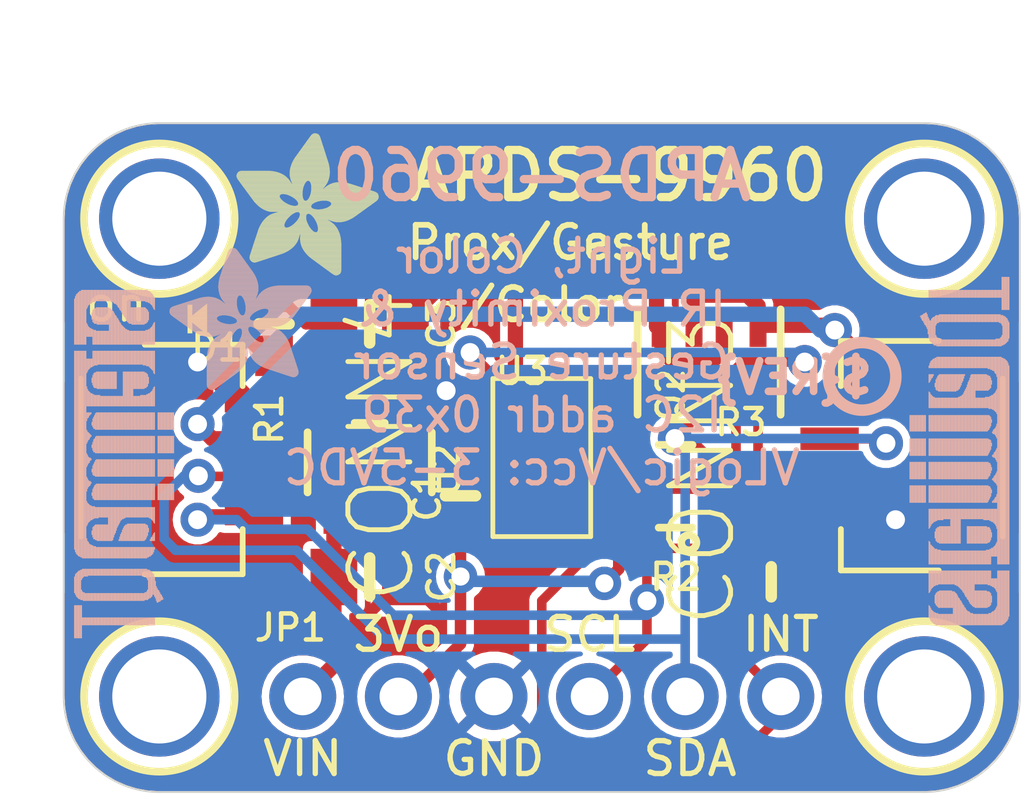
<source format=kicad_pcb>
(kicad_pcb (version 20221018) (generator pcbnew)
  (layers (0 "F.Cu" signal) (31 "B.Cu" signal) (34 "B.Paste" user) (35 "F.Paste" user) (36 "B.SilkS" user "B.Silkscreen") (37 "F.SilkS" user "F.Silkscreen") (38 "B.Mask" user) (39 "F.Mask" user) (44 "Edge.Cuts" user))
  (net 0 "")
  (net 1 "GND")
  (net 2 "SDA")
  (net 3 "SCL")
  (net 4 "SCL_3V")
  (net 5 "SDA_3V")
  (net 6 "3.3V")
  (net 7 "INT")
  (net 8 "VCC")
  (net 9 "N$1")
  (net 10 "N$2")
  (footprint "working:MOUNTINGHOLE_2.5_PLATED" (layer "F.Cu") (at 158.6611 98.6536)
    (fp_text reference "U$17" hide)
    (fp_text value "MOUNTINGHOLE2.5" hide)
    (pad "P$1" thru_hole circle (at 0 0) (size 3.2 3.2) (drill 2.5) (layers "*.Cu" "*.Mask"))
    (zone (net 0) (net_name "") (layer "F.Cu") (connect_pads (clearance 0)) (min_thickness 0.25)
      (keepout (tracks not_allowed) (vias not_allowed) (pads not_allowed) (copperpour not_allowed) (footprints allowed))
      (fill (thermal_gap 0.5) (thermal_bridge_width 0.5))
      (polygon (pts (xy 160.6771 98.6536) (xy 160.65748 98.373027) (xy 160.599004 98.097915) (xy 160.502808 97.833619) (xy 160.370765 97.585283) (xy 160.205446 97.35774) (xy 160.010067 97.15542) (xy 159.788433 96.98226) (xy 159.544856 96.841631) (xy 159.284078 96.73627) (xy 159.011175 96.668228) (xy 158.731457 96.638828) (xy 158.450371 96.648644) (xy 158.173385 96.697484) (xy 157.905893 96.784397) (xy 157.6531 96.907693) (xy 157.419926 97.06497) (xy 157.210911 97.253169) (xy 157.030122 97.468625) (xy 156.881078 97.707145) (xy 156.76668 97.964087) (xy 156.689154 98.23445) (xy 156.650011 98.512971) (xy 156.650011 98.794229) (xy 156.689154 99.07275) (xy 156.76668 99.343113) (xy 156.881078 99.600055) (xy 157.030122 99.838575) (xy 157.210911 100.054031) (xy 157.419926 100.24223) (xy 157.6531 100.399507) (xy 157.905893 100.522803) (xy 158.173385 100.609716) (xy 158.450371 100.658556) (xy 158.731457 100.668372) (xy 159.011175 100.638972) (xy 159.284078 100.57093) (xy 159.544856 100.465569) (xy 159.788433 100.32494) (xy 160.010067 100.15178) (xy 160.205446 99.94946) (xy 160.370765 99.721917) (xy 160.502808 99.473581) (xy 160.599004 99.209285) (xy 160.65748 98.934173)))
      (polygon (pts (xy 158.6451 98.6536) (xy 158.649786 98.664914) (xy 158.6611 98.6696) (xy 158.672414 98.664914) (xy 158.6771 98.6536) (xy 158.672414 98.642286) (xy 158.6611 98.6376) (xy 158.649786 98.642286)))
    )
    (zone (net 0) (net_name "") (layer "B.Cu") (connect_pads (clearance 0)) (min_thickness 0.25)
      (keepout (tracks not_allowed) (vias not_allowed) (pads not_allowed) (copperpour not_allowed) (footprints allowed))
      (fill (thermal_gap 0.5) (thermal_bridge_width 0.5))
      (polygon (pts (xy 160.6771 98.6536) (xy 160.65748 98.373027) (xy 160.599004 98.097915) (xy 160.502808 97.833619) (xy 160.370765 97.585283) (xy 160.205446 97.35774) (xy 160.010067 97.15542) (xy 159.788433 96.98226) (xy 159.544856 96.841631) (xy 159.284078 96.73627) (xy 159.011175 96.668228) (xy 158.731457 96.638828) (xy 158.450371 96.648644) (xy 158.173385 96.697484) (xy 157.905893 96.784397) (xy 157.6531 96.907693) (xy 157.419926 97.06497) (xy 157.210911 97.253169) (xy 157.030122 97.468625) (xy 156.881078 97.707145) (xy 156.76668 97.964087) (xy 156.689154 98.23445) (xy 156.650011 98.512971) (xy 156.650011 98.794229) (xy 156.689154 99.07275) (xy 156.76668 99.343113) (xy 156.881078 99.600055) (xy 157.030122 99.838575) (xy 157.210911 100.054031) (xy 157.419926 100.24223) (xy 157.6531 100.399507) (xy 157.905893 100.522803) (xy 158.173385 100.609716) (xy 158.450371 100.658556) (xy 158.731457 100.668372) (xy 159.011175 100.638972) (xy 159.284078 100.57093) (xy 159.544856 100.465569) (xy 159.788433 100.32494) (xy 160.010067 100.15178) (xy 160.205446 99.94946) (xy 160.370765 99.721917) (xy 160.502808 99.473581) (xy 160.599004 99.209285) (xy 160.65748 98.934173)))
      (polygon (pts (xy 158.6451 98.6536) (xy 158.649786 98.664914) (xy 158.6611 98.6696) (xy 158.672414 98.664914) (xy 158.6771 98.6536) (xy 158.672414 98.642286) (xy 158.6611 98.6376) (xy 158.649786 98.642286)))
    )
  )
  (footprint "working:CHIPLED_0603_NOOUTLINE" (layer "F.Cu") (at 139.3571 101.3206 90)
    (fp_text reference "D1" (at -0.762 1.27) (layer "F.SilkS") (effects (font (size 0.692831 0.692831) (thickness 0.119969)) (justify right)))
    (fp_text value "GREEN")
    (pad "A" smd rect (at 0 0.75 90) (size 0.8 0.8) (layers "F.Cu" "F.Paste" "F.Mask") (net 9 "N$1"))
    (pad "C" smd rect (at 0 -0.75 90) (size 0.8 0.8) (layers "F.Cu" "F.Paste" "F.Mask") (net 1 "GND"))
  )
  (footprint "working:SOT363" (layer "F.Cu") (at 152.0571 105.7656 90)
    (fp_text reference "Q2" (at 1.651 -0.127 90) (layer "F.SilkS") (effects (font (size 0.692831 0.692831) (thickness 0.119969)) (justify left)))
    (fp_text value "BSS138")
    (pad "1" smd rect (at -0.75 0.9 90) (size 0.5 0.5) (layers "F.Cu" "F.Paste" "F.Mask") (net 4 "SCL_3V"))
    (pad "2" smd rect (at 0 0.9 90) (size 0.4 0.5) (layers "F.Cu" "F.Paste" "F.Mask") (net 6 "3.3V"))
    (pad "3" smd rect (at 0.75 0.9 90) (size 0.5 0.5) (layers "F.Cu" "F.Paste" "F.Mask") (net 2 "SDA"))
    (pad "4" smd rect (at 0.75 -0.9 90) (size 0.5 0.5) (layers "F.Cu" "F.Paste" "F.Mask") (net 5 "SDA_3V"))
    (pad "5" smd rect (at 0 -0.9 90) (size 0.4 0.5) (layers "F.Cu" "F.Paste" "F.Mask") (net 6 "3.3V"))
    (pad "6" smd rect (at -0.75 -0.9 90) (size 0.5 0.5) (layers "F.Cu" "F.Paste" "F.Mask") (net 3 "SCL"))
  )
  (footprint "working:MOUNTINGHOLE_2.5_PLATED" (layer "F.Cu") (at 158.6611 111.3536)
    (fp_text reference "U$21" hide)
    (fp_text value "MOUNTINGHOLE2.5" hide)
    (pad "P$1" thru_hole circle (at 0 0) (size 3.2 3.2) (drill 2.5) (layers "*.Cu" "*.Mask"))
    (zone (net 0) (net_name "") (layer "F.Cu") (connect_pads (clearance 0)) (min_thickness 0.25)
      (keepout (tracks not_allowed) (vias not_allowed) (pads not_allowed) (copperpour not_allowed) (footprints allowed))
      (fill (thermal_gap 0.5) (thermal_bridge_width 0.5))
      (polygon (pts (xy 160.6771 111.3536) (xy 160.65748 111.073027) (xy 160.599004 110.797915) (xy 160.502808 110.533619) (xy 160.370765 110.285283) (xy 160.205446 110.05774) (xy 160.010067 109.85542) (xy 159.788433 109.68226) (xy 159.544856 109.541631) (xy 159.284078 109.43627) (xy 159.011175 109.368228) (xy 158.731457 109.338828) (xy 158.450371 109.348644) (xy 158.173385 109.397484) (xy 157.905893 109.484397) (xy 157.6531 109.607693) (xy 157.419926 109.76497) (xy 157.210911 109.953169) (xy 157.030122 110.168625) (xy 156.881078 110.407145) (xy 156.76668 110.664087) (xy 156.689154 110.93445) (xy 156.650011 111.212971) (xy 156.650011 111.494229) (xy 156.689154 111.77275) (xy 156.76668 112.043113) (xy 156.881078 112.300055) (xy 157.030122 112.538575) (xy 157.210911 112.754031) (xy 157.419926 112.94223) (xy 157.6531 113.099507) (xy 157.905893 113.222803) (xy 158.173385 113.309716) (xy 158.450371 113.358556) (xy 158.731457 113.368372) (xy 159.011175 113.338972) (xy 159.284078 113.27093) (xy 159.544856 113.165569) (xy 159.788433 113.02494) (xy 160.010067 112.85178) (xy 160.205446 112.64946) (xy 160.370765 112.421917) (xy 160.502808 112.173581) (xy 160.599004 111.909285) (xy 160.65748 111.634173)))
      (polygon (pts (xy 158.6451 111.3536) (xy 158.649786 111.364914) (xy 158.6611 111.3696) (xy 158.672414 111.364914) (xy 158.6771 111.3536) (xy 158.672414 111.342286) (xy 158.6611 111.3376) (xy 158.649786 111.342286)))
    )
    (zone (net 0) (net_name "") (layer "B.Cu") (connect_pads (clearance 0)) (min_thickness 0.25)
      (keepout (tracks not_allowed) (vias not_allowed) (pads not_allowed) (copperpour not_allowed) (footprints allowed))
      (fill (thermal_gap 0.5) (thermal_bridge_width 0.5))
      (polygon (pts (xy 160.6771 111.3536) (xy 160.65748 111.073027) (xy 160.599004 110.797915) (xy 160.502808 110.533619) (xy 160.370765 110.285283) (xy 160.205446 110.05774) (xy 160.010067 109.85542) (xy 159.788433 109.68226) (xy 159.544856 109.541631) (xy 159.284078 109.43627) (xy 159.011175 109.368228) (xy 158.731457 109.338828) (xy 158.450371 109.348644) (xy 158.173385 109.397484) (xy 157.905893 109.484397) (xy 157.6531 109.607693) (xy 157.419926 109.76497) (xy 157.210911 109.953169) (xy 157.030122 110.168625) (xy 156.881078 110.407145) (xy 156.76668 110.664087) (xy 156.689154 110.93445) (xy 156.650011 111.212971) (xy 156.650011 111.494229) (xy 156.689154 111.77275) (xy 156.76668 112.043113) (xy 156.881078 112.300055) (xy 157.030122 112.538575) (xy 157.210911 112.754031) (xy 157.419926 112.94223) (xy 157.6531 113.099507) (xy 157.905893 113.222803) (xy 158.173385 113.309716) (xy 158.450371 113.358556) (xy 158.731457 113.368372) (xy 159.011175 113.338972) (xy 159.284078 113.27093) (xy 159.544856 113.165569) (xy 159.788433 113.02494) (xy 160.010067 112.85178) (xy 160.205446 112.64946) (xy 160.370765 112.421917) (xy 160.502808 112.173581) (xy 160.599004 111.909285) (xy 160.65748 111.634173)))
      (polygon (pts (xy 158.6451 111.3536) (xy 158.649786 111.364914) (xy 158.6611 111.3696) (xy 158.672414 111.364914) (xy 158.6771 111.3536) (xy 158.672414 111.342286) (xy 158.6611 111.3376) (xy 158.649786 111.342286)))
    )
  )
  (footprint "working:MOUNTINGHOLE_2.5_PLATED" (layer "F.Cu") (at 138.3411 98.6536)
    (fp_text reference "U$1" hide)
    (fp_text value "MOUNTINGHOLE2.5" hide)
    (pad "P$1" thru_hole circle (at 0 0) (size 3.2 3.2) (drill 2.5) (layers "*.Cu" "*.Mask"))
    (zone (net 0) (net_name "") (layer "F.Cu") (connect_pads (clearance 0)) (min_thickness 0.25)
      (keepout (tracks not_allowed) (vias not_allowed) (pads not_allowed) (copperpour not_allowed) (footprints allowed))
      (fill (thermal_gap 0.5) (thermal_bridge_width 0.5))
      (polygon (pts (xy 140.3571 98.6536) (xy 140.33748 98.373027) (xy 140.279004 98.097915) (xy 140.182808 97.833619) (xy 140.050765 97.585283) (xy 139.885446 97.35774) (xy 139.690067 97.15542) (xy 139.468433 96.98226) (xy 139.224856 96.841631) (xy 138.964078 96.73627) (xy 138.691175 96.668228) (xy 138.411457 96.638828) (xy 138.130371 96.648644) (xy 137.853385 96.697484) (xy 137.585893 96.784397) (xy 137.3331 96.907693) (xy 137.099926 97.06497) (xy 136.890911 97.253169) (xy 136.710122 97.468625) (xy 136.561078 97.707145) (xy 136.44668 97.964087) (xy 136.369154 98.23445) (xy 136.330011 98.512971) (xy 136.330011 98.794229) (xy 136.369154 99.07275) (xy 136.44668 99.343113) (xy 136.561078 99.600055) (xy 136.710122 99.838575) (xy 136.890911 100.054031) (xy 137.099926 100.24223) (xy 137.3331 100.399507) (xy 137.585893 100.522803) (xy 137.853385 100.609716) (xy 138.130371 100.658556) (xy 138.411457 100.668372) (xy 138.691175 100.638972) (xy 138.964078 100.57093) (xy 139.224856 100.465569) (xy 139.468433 100.32494) (xy 139.690067 100.15178) (xy 139.885446 99.94946) (xy 140.050765 99.721917) (xy 140.182808 99.473581) (xy 140.279004 99.209285) (xy 140.33748 98.934173)))
      (polygon (pts (xy 138.3251 98.6536) (xy 138.329786 98.664914) (xy 138.3411 98.6696) (xy 138.352414 98.664914) (xy 138.3571 98.6536) (xy 138.352414 98.642286) (xy 138.3411 98.6376) (xy 138.329786 98.642286)))
    )
    (zone (net 0) (net_name "") (layer "B.Cu") (connect_pads (clearance 0)) (min_thickness 0.25)
      (keepout (tracks not_allowed) (vias not_allowed) (pads not_allowed) (copperpour not_allowed) (footprints allowed))
      (fill (thermal_gap 0.5) (thermal_bridge_width 0.5))
      (polygon (pts (xy 140.3571 98.6536) (xy 140.33748 98.373027) (xy 140.279004 98.097915) (xy 140.182808 97.833619) (xy 140.050765 97.585283) (xy 139.885446 97.35774) (xy 139.690067 97.15542) (xy 139.468433 96.98226) (xy 139.224856 96.841631) (xy 138.964078 96.73627) (xy 138.691175 96.668228) (xy 138.411457 96.638828) (xy 138.130371 96.648644) (xy 137.853385 96.697484) (xy 137.585893 96.784397) (xy 137.3331 96.907693) (xy 137.099926 97.06497) (xy 136.890911 97.253169) (xy 136.710122 97.468625) (xy 136.561078 97.707145) (xy 136.44668 97.964087) (xy 136.369154 98.23445) (xy 136.330011 98.512971) (xy 136.330011 98.794229) (xy 136.369154 99.07275) (xy 136.44668 99.343113) (xy 136.561078 99.600055) (xy 136.710122 99.838575) (xy 136.890911 100.054031) (xy 137.099926 100.24223) (xy 137.3331 100.399507) (xy 137.585893 100.522803) (xy 137.853385 100.609716) (xy 138.130371 100.658556) (xy 138.411457 100.668372) (xy 138.691175 100.638972) (xy 138.964078 100.57093) (xy 139.224856 100.465569) (xy 139.468433 100.32494) (xy 139.690067 100.15178) (xy 139.885446 99.94946) (xy 140.050765 99.721917) (xy 140.182808 99.473581) (xy 140.279004 99.209285) (xy 140.33748 98.934173)))
      (polygon (pts (xy 138.3251 98.6536) (xy 138.329786 98.664914) (xy 138.3411 98.6696) (xy 138.352414 98.664914) (xy 138.3571 98.6536) (xy 138.352414 98.642286) (xy 138.3411 98.6376) (xy 138.329786 98.642286)))
    )
  )
  (footprint "working:JST_SH4" (layer "F.Cu") (at 158.6611 105.0036 90)
    (fp_text reference "CONN3" (at -4.6 -5.9 90) (layer "F.SilkS") (effects (font (size 1.647139 1.647139) (thickness 0.130861)) (justify left)))
    (fp_text value "STEMMA_I2C_QT" hide)
    (pad "1" smd rect (at -1.5 -2.514 180) (size 1.55 0.6) (layers "F.Cu" "F.Paste" "F.Mask") (net 1 "GND"))
    (pad "2" smd rect (at -0.5 -2.514 180) (size 1.55 0.6) (layers "F.Cu" "F.Paste" "F.Mask") (net 8 "VCC"))
    (pad "3" smd rect (at 0.5 -2.514 180) (size 1.55 0.6) (layers "F.Cu" "F.Paste" "F.Mask") (net 2 "SDA"))
    (pad "4" smd rect (at 1.5 -2.514 180) (size 1.55 0.6) (layers "F.Cu" "F.Paste" "F.Mask") (net 3 "SCL"))
    (pad "MT1" smd rect (at -2.8 1.386 180) (size 1.8 1.2) (layers "F.Cu" "F.Paste" "F.Mask"))
    (pad "MT2" smd rect (at 2.8 1.386 180) (size 1.8 1.2) (layers "F.Cu" "F.Paste" "F.Mask"))
  )
  (footprint "working:0603-NO" (layer "F.Cu") (at 141.3891 101.4476 -90)
    (fp_text reference "R1" (at 1.778 0.127 90) (layer "F.SilkS") (effects (font (size 0.692831 0.692831) (thickness 0.119969)) (justify right)))
    (fp_text value "10K")
    (pad "1" smd rect (at -0.85 0 270) (size 1.075 1) (layers "F.Cu" "F.Paste" "F.Mask") (net 6 "3.3V"))
    (pad "2" smd rect (at 0.85 0 270) (size 1.075 1) (layers "F.Cu" "F.Paste" "F.Mask") (net 9 "N$1"))
  )
  (footprint "working:ADAFRUIT_3.5MM" (layer "F.Cu") (at 140.3731 100.1776)
    (fp_text reference "U$22" hide)
    (fp_text value "" hide)
  )
  (footprint "working:0603-NO" (layer "F.Cu") (at 154.5971 108.3056 180)
    (fp_text reference "R2" (at 1.778 0.127) (layer "F.SilkS") (effects (font (size 0.692831 0.692831) (thickness 0.119969)) (justify right)))
    (fp_text value "10K")
    (pad "1" smd rect (at -0.85 0 180) (size 1.075 1) (layers "F.Cu" "F.Paste" "F.Mask") (net 8 "VCC"))
    (pad "2" smd rect (at 0.85 0 180) (size 1.075 1) (layers "F.Cu" "F.Paste" "F.Mask") (net 7 "INT"))
  )
  (footprint "working:0805-NO" (layer "F.Cu") (at 143.9291 101.4476)
    (fp_text reference "C3" (at 1.905 -0.762 90) (layer "F.SilkS") (effects (font (size 0.692831 0.692831) (thickness 0.119969)) (justify right)))
    (fp_text value "10uF")
    (pad "1" smd rect (at -0.95 0) (size 1.24 1.5) (layers "F.Cu" "F.Paste" "F.Mask") (net 6 "3.3V"))
    (pad "2" smd rect (at 0.95 0) (size 1.24 1.5) (layers "F.Cu" "F.Paste" "F.Mask") (net 1 "GND"))
  )
  (footprint "working:JST_SH4" (layer "F.Cu") (at 138.3411 105.0036 -90)
    (fp_text reference "CONN4" (at -4.6 -5.9 90) (layer "F.SilkS") (effects (font (size 1.647139 1.647139) (thickness 0.130861)) (justify right)))
    (fp_text value "STEMMA_I2C_QT" hide)
    (pad "1" smd rect (at -1.5 -2.514) (size 1.55 0.6) (layers "F.Cu" "F.Paste" "F.Mask") (net 1 "GND"))
    (pad "2" smd rect (at -0.5 -2.514) (size 1.55 0.6) (layers "F.Cu" "F.Paste" "F.Mask") (net 8 "VCC"))
    (pad "3" smd rect (at 0.5 -2.514) (size 1.55 0.6) (layers "F.Cu" "F.Paste" "F.Mask") (net 2 "SDA"))
    (pad "4" smd rect (at 1.5 -2.514) (size 1.55 0.6) (layers "F.Cu" "F.Paste" "F.Mask") (net 3 "SCL"))
    (pad "MT1" smd rect (at -2.8 1.386) (size 1.8 1.2) (layers "F.Cu" "F.Paste" "F.Mask"))
    (pad "MT2" smd rect (at 2.8 1.386) (size 1.8 1.2) (layers "F.Cu" "F.Paste" "F.Mask"))
  )
  (footprint "working:FIDUCIAL_1MM" (layer "F.Cu") (at 155.3591 99.9236)
    (fp_text reference "FID4" hide)
    (fp_text value "FIDUCIAL_1MM" hide)
    (pad "1" smd roundrect (at 0 0) (size 1 1) (layers "F.Cu" "F.Mask") (roundrect_rratio 0.5))
  )
  (footprint "working:MOUNTINGHOLE_2.5_PLATED" (layer "F.Cu") (at 138.3411 111.3536)
    (fp_text reference "U$19" hide)
    (fp_text value "MOUNTINGHOLE2.5" hide)
    (pad "P$1" thru_hole circle (at 0 0) (size 3.2 3.2) (drill 2.5) (layers "*.Cu" "*.Mask"))
    (zone (net 0) (net_name "") (layer "F.Cu") (connect_pads (clearance 0)) (min_thickness 0.25)
      (keepout (tracks not_allowed) (vias not_allowed) (pads not_allowed) (copperpour not_allowed) (footprints allowed))
      (fill (thermal_gap 0.5) (thermal_bridge_width 0.5))
      (polygon (pts (xy 140.3571 111.3536) (xy 140.33748 111.073027) (xy 140.279004 110.797915) (xy 140.182808 110.533619) (xy 140.050765 110.285283) (xy 139.885446 110.05774) (xy 139.690067 109.85542) (xy 139.468433 109.68226) (xy 139.224856 109.541631) (xy 138.964078 109.43627) (xy 138.691175 109.368228) (xy 138.411457 109.338828) (xy 138.130371 109.348644) (xy 137.853385 109.397484) (xy 137.585893 109.484397) (xy 137.3331 109.607693) (xy 137.099926 109.76497) (xy 136.890911 109.953169) (xy 136.710122 110.168625) (xy 136.561078 110.407145) (xy 136.44668 110.664087) (xy 136.369154 110.93445) (xy 136.330011 111.212971) (xy 136.330011 111.494229) (xy 136.369154 111.77275) (xy 136.44668 112.043113) (xy 136.561078 112.300055) (xy 136.710122 112.538575) (xy 136.890911 112.754031) (xy 137.099926 112.94223) (xy 137.3331 113.099507) (xy 137.585893 113.222803) (xy 137.853385 113.309716) (xy 138.130371 113.358556) (xy 138.411457 113.368372) (xy 138.691175 113.338972) (xy 138.964078 113.27093) (xy 139.224856 113.165569) (xy 139.468433 113.02494) (xy 139.690067 112.85178) (xy 139.885446 112.64946) (xy 140.050765 112.421917) (xy 140.182808 112.173581) (xy 140.279004 111.909285) (xy 140.33748 111.634173)))
      (polygon (pts (xy 138.3251 111.3536) (xy 138.329786 111.364914) (xy 138.3411 111.3696) (xy 138.352414 111.364914) (xy 138.3571 111.3536) (xy 138.352414 111.342286) (xy 138.3411 111.3376) (xy 138.329786 111.342286)))
    )
    (zone (net 0) (net_name "") (layer "B.Cu") (connect_pads (clearance 0)) (min_thickness 0.25)
      (keepout (tracks not_allowed) (vias not_allowed) (pads not_allowed) (copperpour not_allowed) (footprints allowed))
      (fill (thermal_gap 0.5) (thermal_bridge_width 0.5))
      (polygon (pts (xy 140.3571 111.3536) (xy 140.33748 111.073027) (xy 140.279004 110.797915) (xy 140.182808 110.533619) (xy 140.050765 110.285283) (xy 139.885446 110.05774) (xy 139.690067 109.85542) (xy 139.468433 109.68226) (xy 139.224856 109.541631) (xy 138.964078 109.43627) (xy 138.691175 109.368228) (xy 138.411457 109.338828) (xy 138.130371 109.348644) (xy 137.853385 109.397484) (xy 137.585893 109.484397) (xy 137.3331 109.607693) (xy 137.099926 109.76497) (xy 136.890911 109.953169) (xy 136.710122 110.168625) (xy 136.561078 110.407145) (xy 136.44668 110.664087) (xy 136.369154 110.93445) (xy 136.330011 111.212971) (xy 136.330011 111.494229) (xy 136.369154 111.77275) (xy 136.44668 112.043113) (xy 136.561078 112.300055) (xy 136.710122 112.538575) (xy 136.890911 112.754031) (xy 137.099926 112.94223) (xy 137.3331 113.099507) (xy 137.585893 113.222803) (xy 137.853385 113.309716) (xy 138.130371 113.358556) (xy 138.411457 113.368372) (xy 138.691175 113.338972) (xy 138.964078 113.27093) (xy 139.224856 113.165569) (xy 139.468433 113.02494) (xy 139.690067 112.85178) (xy 139.885446 112.64946) (xy 140.050765 112.421917) (xy 140.182808 112.173581) (xy 140.279004 111.909285) (xy 140.33748 111.634173)))
      (polygon (pts (xy 138.3251 111.3536) (xy 138.329786 111.364914) (xy 138.3411 111.3696) (xy 138.352414 111.364914) (xy 138.3571 111.3536) (xy 138.352414 111.342286) (xy 138.3411 111.3376) (xy 138.329786 111.342286)))
    )
  )
  (footprint "working:FIDUCIAL_1MM" (layer "F.Cu") (at 141.3891 109.4486)
    (fp_text reference "FID3" hide)
    (fp_text value "FIDUCIAL_1MM" hide)
    (pad "1" smd roundrect (at 0 0) (size 1 1) (layers "F.Cu" "F.Mask") (roundrect_rratio 0.5))
  )
  (footprint "working:0603-NO" (layer "F.Cu") (at 146.3421 106.0196 90)
    (fp_text reference "C1" (at -0.762 -0.889 90) (layer "F.SilkS") (effects (font (size 0.692831 0.692831) (thickness 0.119969)) (justify left)))
    (fp_text value "0.1uF")
    (pad "1" smd rect (at -0.85 0 90) (size 1.075 1) (layers "F.Cu" "F.Paste" "F.Mask") (net 6 "3.3V"))
    (pad "2" smd rect (at 0.85 0 90) (size 1.075 1) (layers "F.Cu" "F.Paste" "F.Mask") (net 1 "GND"))
  )
  (footprint "working:APDS-9960" (layer "F.Cu") (at 148.5011 105.0036)
    (fp_text reference "U3" (at -1.3 -2.3) (layer "F.SilkS") (effects (font (size 0.692831 0.692831) (thickness 0.119969)) (justify left)))
    (fp_text value "APDS-9960")
    (pad "1" smd rect (at 0.7 -1.505) (size 0.6 0.72) (layers "F.Cu" "F.Paste" "F.Mask") (net 5 "SDA_3V"))
    (pad "2" smd rect (at 0.7 -0.505) (size 0.6 0.72) (layers "F.Cu" "F.Paste" "F.Mask") (net 7 "INT"))
    (pad "3" smd rect (at 0.7 0.495) (size 0.6 0.72) (layers "F.Cu" "F.Paste" "F.Mask") (net 10 "N$2"))
    (pad "4" smd rect (at 0.7 1.495) (size 0.6 0.72) (layers "F.Cu" "F.Paste" "F.Mask") (net 10 "N$2"))
    (pad "5" smd rect (at -0.7 1.495) (size 0.6 0.72) (layers "F.Cu" "F.Paste" "F.Mask") (net 6 "3.3V"))
    (pad "6" smd rect (at -0.7 0.495) (size 0.6 0.72) (layers "F.Cu" "F.Paste" "F.Mask") (net 1 "GND"))
    (pad "7" smd rect (at -0.7 -0.505) (size 0.6 0.72) (layers "F.Cu" "F.Paste" "F.Mask") (net 4 "SCL_3V"))
    (pad "8" smd rect (at -0.7 -1.505) (size 0.6 0.72) (layers "F.Cu" "F.Paste" "F.Mask") (net 6 "3.3V"))
  )
  (footprint "working:1X06_ROUND_70" (layer "F.Cu") (at 148.5011 111.3536)
    (fp_text reference "JP1" (at -7.6962 -1.8288) (layer "F.SilkS") (effects (font (size 0.692831 0.692831) (thickness 0.119969)) (justify left)))
    (fp_text value "")
    (pad "1" thru_hole circle (at -6.35 0 90) (size 1.778 1.778) (drill 1) (layers "*.Cu" "*.Mask") (net 8 "VCC"))
    (pad "2" thru_hole circle (at -3.81 0 90) (size 1.778 1.778) (drill 1) (layers "*.Cu" "*.Mask") (net 6 "3.3V"))
    (pad "3" thru_hole circle (at -1.27 0 90) (size 1.778 1.778) (drill 1) (layers "*.Cu" "*.Mask") (net 1 "GND"))
    (pad "4" thru_hole circle (at 1.27 0 90) (size 1.778 1.778) (drill 1) (layers "*.Cu" "*.Mask") (net 3 "SCL"))
    (pad "5" thru_hole circle (at 3.81 0 90) (size 1.778 1.778) (drill 1) (layers "*.Cu" "*.Mask") (net 2 "SDA"))
    (pad "6" thru_hole circle (at 6.35 0 90) (size 1.778 1.778) (drill 1) (layers "*.Cu" "*.Mask") (net 7 "INT"))
  )
  (footprint "working:SOT23-5" (layer "F.Cu") (at 143.9291 105.1306)
    (fp_text reference "U2" (at 2.032 -0.562 90) (layer "F.SilkS") (effects (font (size 0.692831 0.692831) (thickness 0.119969)) (justify right)))
    (fp_text value "AP2112K-3.3")
    (pad "1" smd rect (at -0.95 1.3001) (size 0.55 1.2) (layers "F.Cu" "F.Paste" "F.Mask") (net 8 "VCC"))
    (pad "2" smd rect (at 0 1.3001) (size 0.55 1.2) (layers "F.Cu" "F.Paste" "F.Mask") (net 1 "GND"))
    (pad "3" smd rect (at 0.95 1.3001) (size 0.55 1.2) (layers "F.Cu" "F.Paste" "F.Mask") (net 8 "VCC"))
    (pad "4" smd rect (at 0.95 -1.3001) (size 0.55 1.2) (layers "F.Cu" "F.Paste" "F.Mask"))
    (pad "5" smd rect (at -0.95 -1.3001) (size 0.55 1.2) (layers "F.Cu" "F.Paste" "F.Mask") (net 6 "3.3V"))
  )
  (footprint "working:0805-NO" (layer "F.Cu") (at 143.9291 108.1786)
    (fp_text reference "C2" (at 1.905 -0.762 90) (layer "F.SilkS") (effects (font (size 0.692831 0.692831) (thickness 0.119969)) (justify right)))
    (fp_text value "10uF")
    (pad "1" smd rect (at -0.95 0) (size 1.24 1.5) (layers "F.Cu" "F.Paste" "F.Mask") (net 8 "VCC"))
    (pad "2" smd rect (at 0.95 0) (size 1.24 1.5) (layers "F.Cu" "F.Paste" "F.Mask") (net 1 "GND"))
  )
  (footprint "working:RESPACK_4X0603" (layer "F.Cu") (at 152.9461 102.4636 180)
    (fp_text reference "R3" (at -1.6 -1.6) (layer "F.SilkS") (effects (font (size 0.692831 0.692831) (thickness 0.119969)) (justify right)))
    (fp_text value "10K")
    (pad "1" smd rect (at -1.3 0.85 180) (size 0.45 0.9) (layers "F.Cu" "F.Paste" "F.Mask") (net 8 "VCC"))
    (pad "2" smd rect (at -0.4 0.85 180) (size 0.45 0.9) (layers "F.Cu" "F.Paste" "F.Mask") (net 6 "3.3V"))
    (pad "3" smd rect (at 0.4 0.85 180) (size 0.45 0.9) (layers "F.Cu" "F.Paste" "F.Mask") (net 8 "VCC"))
    (pad "4" smd rect (at 1.3 0.85 180) (size 0.45 0.9) (layers "F.Cu" "F.Paste" "F.Mask") (net 6 "3.3V"))
    (pad "5" smd rect (at 1.3 -0.85 180) (size 0.45 0.9) (layers "F.Cu" "F.Paste" "F.Mask") (net 5 "SDA_3V"))
    (pad "6" smd rect (at 0.4 -0.85 180) (size 0.45 0.9) (layers "F.Cu" "F.Paste" "F.Mask") (net 2 "SDA"))
    (pad "7" smd rect (at -0.4 -0.85 180) (size 0.45 0.9) (layers "F.Cu" "F.Paste" "F.Mask") (net 4 "SCL_3V"))
    (pad "8" smd rect (at -1.3 -0.85 180) (size 0.45 0.9) (layers "F.Cu" "F.Paste" "F.Mask") (net 3 "SCL"))
  )
  (footprint "working:ADAFRUIT_3.5MM" (layer "B.Cu") (at 142.4051 103.2256 180)
    (fp_text reference "U$2" hide)
    (fp_text value "" hide)
  )
  (footprint "working:STEMMAQT" (layer "B.Cu") (at 138.7221 100.5586 -90)
    (fp_text reference "U$31" hide)
    (fp_text value "" hide)
  )
  (footprint "working:STEMMAQT" (layer "B.Cu") (at 158.2801 109.4486 90)
    (fp_text reference "U$30" hide)
    (fp_text value "" hide)
  )
  (footprint "working:PCBFEAT-REV-040" (layer "B.Cu") (at 157.0101 102.8446 180)
    (fp_text reference "U$25" hide)
    (fp_text value "" hide)
    (fp_text user "${REV}" (at -0.3556 -0.508) (layer "B.SilkS") (effects (font (size 0.8128 0.8128) (thickness 0.2032)) (justify left bottom mirror)))
  )
  (gr_line (start 138.3411 113.8936) (end 158.6611 113.8936) (stroke (width 0.05)) (layer "Edge.Cuts"))
  (gr_arc (start 158.6611 96.1136) (mid 160.457151 96.857549) (end 161.2011 98.6536) (stroke (width 0.05)) (layer "Edge.Cuts"))
  (gr_arc (start 161.2011 111.3536) (mid 160.457151 113.149651) (end 158.6611 113.8936) (stroke (width 0.05)) (layer "Edge.Cuts"))
  (gr_arc (start 135.8011 98.6536) (mid 136.545049 96.857549) (end 138.3411 96.1136) (stroke (width 0.05)) (layer "Edge.Cuts"))
  (gr_line (start 135.8011 98.6536) (end 135.8011 111.3536) (stroke (width 0.05)) (layer "Edge.Cuts"))
  (gr_arc (start 138.3411 113.8936) (mid 136.545049 113.149651) (end 135.8011 111.3536) (stroke (width 0.05)) (layer "Edge.Cuts"))
  (gr_line (start 161.2011 111.3536) (end 161.2011 98.6536) (stroke (width 0.05)) (layer "Edge.Cuts"))
  (gr_line (start 158.6611 96.1136) (end 138.3411 96.1136) (stroke (width 0.05)) (layer "Edge.Cuts"))
  (gr_text "APDS-9960" (at 148.5011 97.5106) (layer "B.SilkS") (effects (font (size 1.25222 1.25222) (thickness 0.22098)) (justify mirror)))
  (gr_text "Light, Color\nIR Proximity &\nGesture Sensor\nI2C addr 0x39\nVLogic/Vcc: 3-5VDC" (at 148.5011 102.4636) (layer "B.SilkS") (effects (font (size 0.87376 0.87376) (thickness 0.14224)) (justify mirror)))
  (gr_text "/Color" (at 148.5011 100.9396) (layer "F.SilkS") (effects (font (size 0.8636 0.8636) (thickness 0.1524))))
  (gr_text "INT" (at 154.8511 109.7026) (layer "F.SilkS") (effects (font (size 0.87376 0.87376) (thickness 0.14224))))
  (gr_text "APDS-9960" (at 150.5331 97.5106) (layer "F.SilkS") (effects (font (size 1.25222 1.25222) (thickness 0.22098))))
  (gr_text "VIN" (at 142.1511 113.0046) (layer "F.SilkS") (effects (font (size 0.87376 0.87376) (thickness 0.14224))))
  (gr_text "3Vo" (at 144.6911 109.7026) (layer "F.SilkS") (effects (font (size 0.87376 0.87376) (thickness 0.14224))))
  (gr_text "Prox/Gesture" (at 149.2631 99.2886) (layer "F.SilkS") (effects (font (size 0.8636 0.8636) (thickness 0.1524))))
  (gr_text "SCL" (at 149.7711 109.7026) (layer "F.SilkS") (effects (font (size 0.87376 0.87376) (thickness 0.14224))))
  (gr_text "SDA" (at 152.4381 113.0046) (layer "F.SilkS") (effects (font (size 0.87376 0.87376) (thickness 0.14224))))
  (gr_text "GND" (at 147.2311 113.0046) (layer "F.SilkS") (effects (font (size 0.87376 0.87376) (thickness 0.14224))))
  (gr_text "on" (at 136.3091 101.4476) (layer "F.SilkS") (effects (font (size 0.89408 0.89408) (thickness 0.12192)) (justify left bottom)))
  (segment (start 140.3971 103.5036) (end 139.3571 102.4636) (width 0.4064) (layer "F.Cu") (net 1))
  (segment (start 147.8011 105.4986) (end 146.6711 105.4986) (width 0.4064) (layer "F.Cu") (net 1))
  (segment (start 146.6711 105.4986) (end 146.3421 105.1696) (width 0.4064) (layer "F.Cu") (net 1))
  (segment (start 143.9291 106.4307) (end 143.9291 107.1016) (width 0.4064) (layer "F.Cu") (net 1))
  (segment (start 144.8791 108.1786) (end 144.8791 108.0516) (width 0.4064) (layer "F.Cu") (net 1))
  (segment (start 144.8791 108.0516) (end 143.9291 107.1016) (width 0.4064) (layer "F.Cu") (net 1))
  (segment (start 140.8551 103.5036) (end 140.3971 103.5036) (width 0.4064) (layer "F.Cu") (net 1))
  (via (at 157.8991 106.6546) (size 0.9064) (drill 0.5) (layers "F.Cu" "B.Cu") (net 1))
  (via (at 145.9611 103.2256) (size 0.9064) (drill 0.5) (layers "F.Cu" "B.Cu") (net 1))
  (via (at 139.3571 102.4636) (size 0.9064) (drill 0.5) (layers "F.Cu" "B.Cu") (net 1))
  (segment (start 140.8551 105.5036) (end 139.379706 105.5036) (width 0.254) (layer "F.Cu") (net 2))
  (segment (start 152.9571 105.0156) (end 152.4371 104.4956) (width 0.254) (layer "F.Cu") (net 2))
  (segment (start 152.0381 104.4956) (end 152.5461 103.9876) (width 0.254) (layer "F.Cu") (net 2))
  (segment (start 157.5261 104.5036) (end 157.6451 104.6226) (width 0.254) (layer "F.Cu") (net 2))
  (segment (start 139.379706 105.5036) (end 139.379706 105.488994) (width 0.254) (layer "F.Cu") (net 2))
  (segment (start 156.1471 104.5036) (end 157.5261 104.5036) (width 0.254) (layer "F.Cu") (net 2))
  (segment (start 152.4371 104.4956) (end 152.0381 104.4956) (width 0.254) (layer "F.Cu") (net 2))
  (segment (start 152.5461 103.3136) (end 152.5461 103.9876) (width 0.254) (layer "F.Cu") (net 2))
  (via (at 152.0381 104.4956) (size 0.9064) (drill 0.5) (layers "F.Cu" "B.Cu") (net 2))
  (via (at 157.6451 104.6226) (size 0.9064) (drill 0.5) (layers "F.Cu" "B.Cu") (net 2))
  (via (at 139.379706 105.488994) (size 0.9064) (drill 0.5) (layers "F.Cu" "B.Cu") (net 2))
  (segment (start 144.3452 109.8296) (end 152.3111 109.8296) (width 0.254) (layer "B.Cu") (net 2))
  (segment (start 157.6451 104.6226) (end 157.5181 104.4956) (width 0.254) (layer "B.Cu") (net 2))
  (segment (start 141.983 107.4674) (end 144.3452 109.8296) (width 0.254) (layer "B.Cu") (net 2))
  (segment (start 152.3111 104.7686) (end 152.3111 109.8296) (width 0.254) (layer "B.Cu") (net 2))
  (segment (start 138.7729 107.4674) (end 141.983 107.4674) (width 0.254) (layer "B.Cu") (net 2))
  (segment (start 138.4681 106.0196) (end 138.4681 107.1626) (width 0.254) (layer "B.Cu") (net 2))
  (segment (start 152.3111 109.8296) (end 152.3111 111.3536) (width 0.254) (layer "B.Cu") (net 2))
  (segment (start 138.998706 105.488994) (end 138.4681 106.0196) (width 0.254) (layer "B.Cu") (net 2))
  (segment (start 157.5181 104.4956) (end 152.0381 104.4956) (width 0.254) (layer "B.Cu") (net 2))
  (segment (start 139.379706 105.488994) (end 138.998706 105.488994) (width 0.254) (layer "B.Cu") (net 2))
  (segment (start 138.4681 107.1626) (end 138.7729 107.4674) (width 0.254) (layer "B.Cu") (net 2))
  (segment (start 152.0381 104.4956) (end 152.3111 104.7686) (width 0.254) (layer "B.Cu") (net 2))
  (segment (start 139.5081 106.5036) (end 139.3571 106.6546) (width 0.254) (layer "F.Cu") (net 3))
  (segment (start 154.2461 103.3136) (end 154.2461 106.7516) (width 0.254) (layer "F.Cu") (net 3))
  (segment (start 151.1571 106.5156) (end 151.2951 106.6536) (width 0.254) (layer "F.Cu") (net 3))
  (segment (start 151.2951 109.8296) (end 149.7711 111.3536) (width 0.254) (layer "F.Cu") (net 3))
  (segment (start 151.2841 106.6426) (end 151.2841 107.4056) (width 0.254) (layer "F.Cu") (net 3))
  (segment (start 140.8551 106.5036) (end 139.5081 106.5036) (width 0.254) (layer "F.Cu") (net 3))
  (segment (start 151.1571 106.5156) (end 151.2841 106.6426) (width 0.254) (layer "F.Cu") (net 3))
  (segment (start 156.1471 103.5036) (end 154.4361 103.5036) (width 0.254) (layer "F.Cu") (net 3))
  (segment (start 154.2461 106.7516) (end 153.5811 107.4166) (width 0.254) (layer "F.Cu") (net 3))
  (segment (start 153.5811 107.4166) (end 151.2951 107.4166) (width 0.254) (layer "F.Cu") (net 3))
  (segment (start 154.4361 103.5036) (end 154.2461 103.3136) (width 0.254) (layer "F.Cu") (net 3))
  (segment (start 151.2951 107.4166) (end 151.2841 107.4056) (width 0.254) (layer "F.Cu") (net 3))
  (segment (start 151.2951 106.6536) (end 151.2951 108.8136) (width 0.254) (layer "F.Cu") (net 3))
  (segment (start 151.2951 108.8136) (end 151.2951 109.8296) (width 0.254) (layer "F.Cu") (net 3))
  (via (at 151.2951 108.8136) (size 0.9064) (drill 0.5) (layers "F.Cu" "B.Cu") (net 3))
  (via (at 139.3571 106.6546) (size 0.9064) (drill 0.5) (layers "F.Cu" "B.Cu") (net 3))
  (segment (start 151.2951 109.1946) (end 151.2951 108.8136) (width 0.254) (layer "B.Cu") (net 3))
  (segment (start 139.3571 106.6546) (end 140.396262 106.6546) (width 0.254) (layer "B.Cu") (net 3))
  (segment (start 151.2951 109.1946) (end 144.5641 109.1946) (width 0.254) (layer "B.Cu") (net 3))
  (segment (start 142.2781 106.9086) (end 140.650262 106.9086) (width 0.254) (layer "B.Cu") (net 3))
  (segment (start 144.5641 109.1946) (end 142.2781 106.9086) (width 0.254) (layer "B.Cu") (net 3))
  (segment (start 140.396262 106.6546) (end 140.650262 106.9086) (width 0.254) (layer "B.Cu") (net 3))
  (segment (start 147.6151 104.4986) (end 147.8011 104.4986) (width 0.254) (layer "F.Cu") (net 4))
  (segment (start 153.3461 103.3136) (end 153.3461 102.9526) (width 0.254) (layer "F.Cu") (net 4))
  (segment (start 153.6619 103.9414) (end 153.6619 106.1918) (width 0.254) (layer "F.Cu") (net 4))
  (segment (start 153.8351 102.4636) (end 155.4861 102.4636) (width 0.254) (layer "F.Cu") (net 4))
  (segment (start 153.6619 106.1918) (end 153.3381 106.5156) (width 0.254) (layer "F.Cu") (net 4))
  (segment (start 147.1041 103.9876) (end 147.6151 104.4986) (width 0.254) (layer "F.Cu") (net 4))
  (segment (start 147.1041 102.7176) (end 147.1041 103.9876) (width 0.254) (layer "F.Cu") (net 4))
  (segment (start 153.3461 102.9526) (end 153.8351 102.4636) (width 0.254) (layer "F.Cu") (net 4))
  (segment (start 153.3461 103.6256) (end 153.6619 103.9414) (width 0.254) (layer "F.Cu") (net 4))
  (segment (start 152.9571 106.5156) (end 153.3381 106.5156) (width 0.254) (layer "F.Cu") (net 4))
  (segment (start 153.3461 103.3136) (end 153.3461 103.6256) (width 0.254) (layer "F.Cu") (net 4))
  (segment (start 146.5961 102.2096) (end 147.1041 102.7176) (width 0.254) (layer "F.Cu") (net 4))
  (via (at 146.5961 102.2096) (size 0.9064) (drill 0.5) (layers "F.Cu" "B.Cu") (net 4))
  (via (at 155.4861 102.4636) (size 0.9064) (drill 0.5) (layers "F.Cu" "B.Cu") (net 4))
  (segment (start 146.5961 102.2096) (end 155.2321 102.2096) (width 0.254) (layer "B.Cu") (net 4))
  (segment (start 155.2321 102.2096) (end 155.4861 102.4636) (width 0.254) (layer "B.Cu") (net 4))
  (segment (start 149.4741 103.2256) (end 149.2011 103.4986) (width 0.3048) (layer "F.Cu") (net 5))
  (segment (start 151.5581 103.2256) (end 150.9141 103.2256) (width 0.254) (layer "F.Cu") (net 5))
  (segment (start 150.9141 103.2256) (end 149.4741 103.2256) (width 0.3048) (layer "F.Cu") (net 5))
  (segment (start 151.1571 105.0156) (end 151.1571 104.1266) (width 0.254) (layer "F.Cu") (net 5))
  (segment (start 151.6461 103.3136) (end 151.6461 103.6376) (width 0.254) (layer "F.Cu") (net 5))
  (segment (start 151.6461 103.6376) (end 151.1571 104.1266) (width 0.254) (layer "F.Cu") (net 5))
  (segment (start 151.5581 103.2256) (end 151.6461 103.3136) (width 0.254) (layer "F.Cu") (net 5))
  (segment (start 147.9931 100.0506) (end 151.0411 100.0506) (width 0.4064) (layer "F.Cu") (net 6))
  (segment (start 146.7131 106.4986) (end 146.3421 106.8696) (width 0.3048) (layer "F.Cu") (net 6))
  (segment (start 147.8011 103.4986) (end 147.8011 100.2426) (width 0.4064) (layer "F.Cu") (net 6))
  (segment (start 143.1671 100.0506) (end 147.9931 100.0506) (width 0.4064) (layer "F.Cu") (net 6))
  (segment (start 151.1571 105.7656) (end 152.9571 105.7656) (width 0.4064) (layer "F.Cu") (net 6))
  (segment (start 146.3421 109.9566) (end 144.9451 111.3536) (width 0.3048) (layer "F.Cu") (net 6))
  (segment (start 147.8301 106.5276) (end 147.8011 106.4986) (width 0.3048) (layer "F.Cu") (net 6))
  (segment (start 150.1648 108.3477) (end 150.5458 107.9667) (width 0.3048) (layer "F.Cu") (net 6))
  (segment (start 142.2391 101.4476) (end 142.9791 101.4476) (width 0.3048) (layer "F.Cu") (net 6))
  (segment (start 144.9451 111.3536) (end 144.6911 111.3536) (width 0.3048) (layer "F.Cu") (net 6))
  (segment (start 148.5011 103.6066) (end 148.5011 106.4006) (width 0.3048) (layer "F.Cu") (net 6))
  (segment (start 147.8011 106.4986) (end 146.7131 106.4986) (width 0.3048) (layer "F.Cu") (net 6))
  (segment (start 148.3931 103.4986) (end 148.5011 103.6066) (width 0.3048) (layer "F.Cu") (net 6))
  (segment (start 146.3421 108.1659) (end 146.3421 109.9566) (width 0.3048) (layer "F.Cu") (net 6))
  (segment (start 148.5011 106.4006) (end 148.3741 106.5276) (width 0.3048) (layer "F.Cu") (net 6))
  (segment (start 153.3461 101.6136) (end 153.3461 102.1906) (width 0.3048) (layer "F.Cu") (net 6))
  (segment (start 151.5491 101.5166) (end 151.6461 101.6136) (width 0.4064) (layer "F.Cu") (net 6))
  (segment (start 142.9791 100.2386) (end 143.1671 100.0506) (width 0.4064) (layer "F.Cu") (net 6))
  (segment (start 151.9301 102.4636) (end 151.6461 102.1796) (width 0.3048) (layer "F.Cu") (net 6))
  (segment (start 153.3461 102.1906) (end 153.0731 102.4636) (width 0.3048) (layer "F.Cu") (net 6))
  (segment (start 150.7761 105.7656) (end 150.5458 105.9959) (width 0.3048) (layer "F.Cu") (net 6))
  (segment (start 151.5491 100.5586) (end 151.5491 101.5166) (width 0.4064) (layer "F.Cu") (net 6))
  (segment (start 141.3891 100.5976) (end 142.2391 101.4476) (width 0.3048) (layer "F.Cu") (net 6))
  (segment (start 147.8011 100.2426) (end 147.9931 100.0506) (width 0.4064) (layer "F.Cu") (net 6))
  (segment (start 151.6461 102.1796) (end 151.6461 101.6136) (width 0.3048) (layer "F.Cu") (net 6))
  (segment (start 147.8011 103.4986) (end 148.3931 103.4986) (width 0.3048) (layer "F.Cu") (net 6))
  (segment (start 153.0731 102.4636) (end 151.9301 102.4636) (width 0.3048) (layer "F.Cu") (net 6))
  (segment (start 142.9791 101.4476) (end 142.9791 103.8305) (width 0.3048) (layer "F.Cu") (net 6))
  (segment (start 146.3421 106.8696) (end 146.3421 108.1659) (width 0.3048) (layer "F.Cu") (net 6))
  (segment (start 148.3741 106.5276) (end 147.8301 106.5276) (width 0.3048) (layer "F.Cu") (net 6))
  (segment (start 151.0411 100.0506) (end 151.5491 100.5586) (width 0.4064) (layer "F.Cu") (net 6))
  (segment (start 150.5458 105.9959) (end 150.5458 107.9667) (width 0.3048) (layer "F.Cu") (net 6))
  (segment (start 151.1571 105.7656) (end 150.7761 105.7656) (width 0.3048) (layer "F.Cu") (net 6))
  (segment (start 142.9791 101.4476) (end 142.9791 100.2386) (width 0.4064) (layer "F.Cu") (net 6))
  (via (at 146.3421 108.1659) (size 0.889) (drill 0.4826) (layers "F.Cu" "B.Cu") (net 6))
  (via (at 150.1648 108.3477) (size 0.889) (drill 0.4826) (layers "F.Cu" "B.Cu") (net 6))
  (segment (start 150.11 108.2929) (end 146.4691 108.2929) (width 0.3048) (layer "B.Cu") (net 6))
  (segment (start 146.3421 108.1659) (end 146.4691 108.2929) (width 0.3048) (layer "B.Cu") (net 6))
  (segment (start 150.1648 108.3477) (end 150.11 108.2929) (width 0.3048) (layer "B.Cu") (net 6))
  (segment (start 150.0251 107.2896) (end 150.0251 104.4986) (width 0.254) (layer "F.Cu") (net 7))
  (segment (start 149.2011 104.4986) (end 150.0251 104.4986) (width 0.3048) (layer "F.Cu") (net 7))
  (segment (start 149.1361 112.8776) (end 153.8351 112.8776) (width 0.254) (layer "F.Cu") (net 7))
  (segment (start 154.8511 111.8616) (end 154.8511 111.3536) (width 0.254) (layer "F.Cu") (net 7))
  (segment (start 153.7471 108.3056) (end 153.7471 110.2496) (width 0.254) (layer "F.Cu") (net 7))
  (segment (start 148.5011 112.2426) (end 148.5011 108.8136) (width 0.254) (layer "F.Cu") (net 7))
  (segment (start 153.8351 112.8776) (end 154.8511 111.8616) (width 0.254) (layer "F.Cu") (net 7))
  (segment (start 153.7471 110.2496) (end 154.8511 111.3536) (width 0.254) (layer "F.Cu") (net 7))
  (segment (start 148.5011 112.2426) (end 149.1361 112.8776) (width 0.254) (layer "F.Cu") (net 7))
  (segment (start 148.5011 108.8136) (end 150.0251 107.2896) (width 0.254) (layer "F.Cu") (net 7))
  (segment (start 158.2881 105.5036) (end 158.5341 105.2576) (width 0.4064) (layer "F.Cu") (net 8))
  (segment (start 155.4471 108.3056) (end 154.8511 107.7096) (width 0.4064) (layer "F.Cu") (net 8))
  (segment (start 139.7461 104.5036) (end 139.3571 104.1146) (width 0.4064) (layer "F.Cu") (net 8))
  (segment (start 144.691096 105.1306) (end 143.2941 105.1306) (width 0.4064) (layer "F.Cu") (net 8))
  (segment (start 140.8551 104.5036) (end 139.7461 104.5036) (width 0.4064) (layer "F.Cu") (net 8))
  (segment (start 158.5341 103.8606) (end 156.2871 101.6136) (width 0.4064) (layer "F.Cu") (net 8))
  (segment (start 156.1601 101.4866) (end 154.3731 101.4866) (width 0.4064) (layer "F.Cu") (net 8))
  (segment (start 142.0371 104.5036) (end 142.9791 105.4456) (width 0.4064) (layer "F.Cu") (net 8))
  (segment (start 156.2871 101.6136) (end 156.1601 101.4866) (width 0.4064) (layer "F.Cu") (net 8))
  (segment (start 142.1511 111.3536) (end 142.9791 110.5256) (width 0.4064) (layer "F.Cu") (net 8))
  (segment (start 154.8511 107.7096) (end 154.8511 105.6386) (width 0.4064) (layer "F.Cu") (net 8))
  (segment (start 154.2461 100.9696) (end 154.2461 101.6136) (width 0.4064) (layer "F.Cu") (net 8))
  (segment (start 158.5341 105.2576) (end 158.5341 103.8606) (width 0.4064) (layer "F.Cu") (net 8))
  (segment (start 142.9791 106.4307) (end 142.9791 108.1786) (width 0.4064) (layer "F.Cu") (net 8))
  (segment (start 144.8791 105.3186) (end 144.691096 105.1306) (width 0.4064) (layer "F.Cu") (net 8))
  (segment (start 140.8551 104.5036) (end 142.0371 104.5036) (width 0.4064) (layer "F.Cu") (net 8))
  (segment (start 143.2941 105.1306) (end 142.9791 105.4456) (width 0.4064) (layer "F.Cu") (net 8))
  (segment (start 144.8791 106.4307) (end 144.8791 105.3186) (width 0.4064) (layer "F.Cu") (net 8))
  (segment (start 154.2461 100.9696) (end 153.9621 100.6856) (width 0.4064) (layer "F.Cu") (net 8))
  (segment (start 154.2461 101.6136) (end 154.3731 101.4866) (width 0.4064) (layer "F.Cu") (net 8))
  (segment (start 152.5461 101.6136) (end 152.5461 100.8316) (width 0.4064) (layer "F.Cu") (net 8))
  (segment (start 152.5461 100.8316) (end 152.6921 100.6856) (width 0.4064) (layer "F.Cu") (net 8))
  (segment (start 142.9791 105.4456) (end 142.9791 106.4307) (width 0.4064) (layer "F.Cu") (net 8))
  (segment (start 152.6921 100.6856) (end 153.9621 100.6856) (width 0.4064) (layer "F.Cu") (net 8))
  (segment (start 156.1471 105.5036) (end 158.2881 105.5036) (width 0.4064) (layer "F.Cu") (net 8))
  (segment (start 142.9791 108.1786) (end 142.9791 110.5256) (width 0.4064) (layer "F.Cu") (net 8))
  (segment (start 154.9861 105.5036) (end 156.1471 105.5036) (width 0.4064) (layer "F.Cu") (net 8))
  (segment (start 154.8511 105.6386) (end 154.9861 105.5036) (width 0.4064) (layer "F.Cu") (net 8))
  (via (at 139.3571 104.1146) (size 0.9064) (drill 0.5) (layers "F.Cu" "B.Cu") (net 8))
  (via (at 156.2871 101.6136) (size 0.9064) (drill 0.5) (layers "F.Cu" "B.Cu") (net 8))
  (segment (start 155.4861 101.1936) (end 142.1511 101.1936) (width 0.4064) (layer "B.Cu") (net 8))
  (segment (start 139.3571 103.9876) (end 139.3571 104.1146) (width 0.4064) (layer "B.Cu") (net 8))
  (segment (start 156.2871 101.6136) (end 155.9061 101.6136) (width 0.4064) (layer "B.Cu") (net 8))
  (segment (start 142.1511 101.1936) (end 139.3571 103.9876) (width 0.4064) (layer "B.Cu") (net 8))
  (segment (start 155.9061 101.6136) (end 155.4861 101.1936) (width 0.4064) (layer "B.Cu") (net 8))
  (segment (start 141.0841 102.2976) (end 141.3891 102.2976) (width 0.254) (layer "F.Cu") (net 9))
  (segment (start 140.1071 101.3206) (end 141.0841 102.2976) (width 0.254) (layer "F.Cu") (net 9))
  (segment (start 149.2011 105.4986) (end 149.2011 106.4986) (width 0.254) (layer "F.Cu") (net 10))
  (zone (net 1) (net_name "GND") (layer "F.Cu") (priority 6) (connect_pads (clearance 0.000001)) (min_thickness 0.127) (fill yes (thermal_gap 0.304) (thermal_bridge_width 0.304))
    (polygon (pts (xy 161.3281 114.0206) (xy 135.6741 114.0206) (xy 135.6741 95.9866) (xy 161.3281 95.9866)))
  )
  (zone (net 1) (net_name "GND") (layer "B.Cu") (priority 6) (connect_pads (clearance 0.000001)) (min_thickness 0.127) (fill yes (thermal_gap 0.304) (thermal_bridge_width 0.304))
    (polygon (pts (xy 161.3281 114.0206) (xy 135.6741 114.0206) (xy 135.6741 95.9866) (xy 161.3281 95.9866)))
  )
)
</source>
